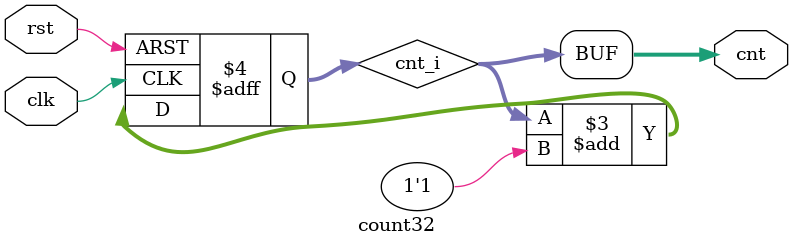
<source format=v>

module count32 (clk, rst, cnt);

input clk;
input rst;
output [31:0] cnt;
reg [31:0] cnt_i;
always@(posedge clk or negedge rst)
begin
   if (!rst)
      cnt_i <= 32'b0;
   else
      cnt_i <= cnt_i + 1'b1;
   end   

assign cnt = cnt_i;

endmodule

</source>
